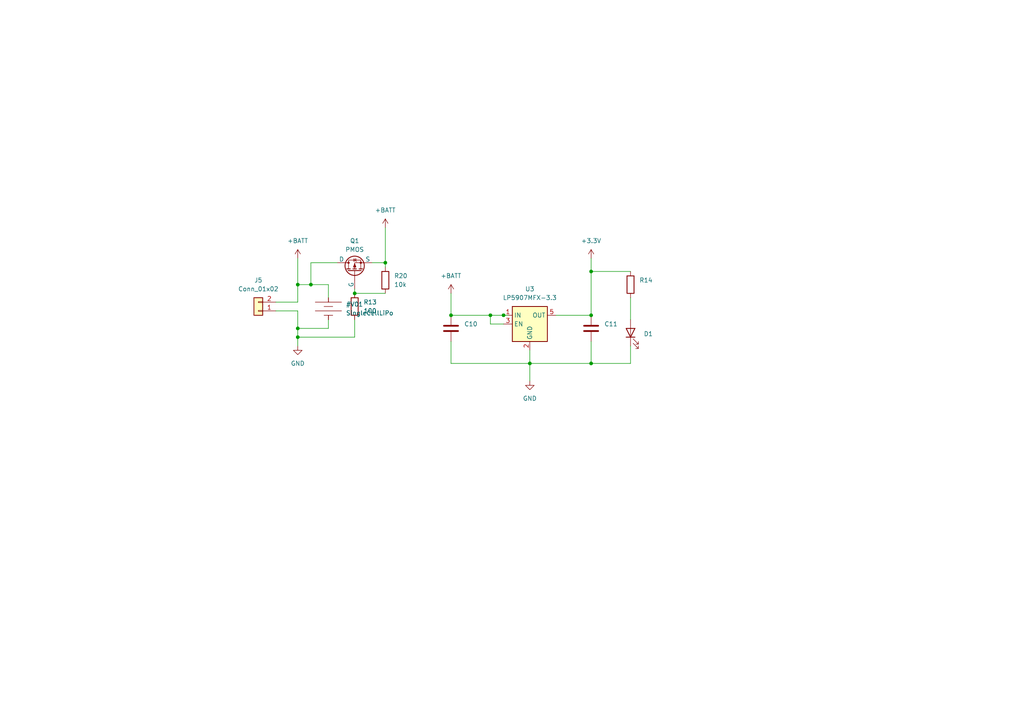
<source format=kicad_sch>
(kicad_sch (version 20230121) (generator eeschema)
  (paper "A4")
  (lib_symbols
    (symbol "Connector_Generic:Conn_01x02" (pin_names (offset 1.016) hide)
      (property "Reference" "J" (at 0 2.54 0))
      (property "Value" "Conn_01x02" (at 0 -5.08 0))
      (symbol "Conn_01x02_1_1"
        (rectangle (start -1.27 -2.413) (end 0 -2.667) (stroke (width 0.1524)))
        (rectangle (start -1.27 0.127) (end 0 -0.127) (stroke (width 0.1524)))
        (rectangle (start -1.27 1.27) (end 1.27 -3.81) (stroke (width 0.254)) (fill (type background)))
        (pin passive line (at -5.08 0 0) (length 3.81) (name "Pin_1") (number "1"))
        (pin passive line (at -5.08 -2.54 0) (length 3.81) (name "Pin_2") (number "2"))
      )
    )
    (symbol "Device:C" (pin_numbers hide) (pin_names (offset 0.254))
      (property "Reference" "C" (at 0.635 2.54 0))
      (property "Value" "C" (at 0.635 -2.54 0))
      (symbol "C_0_1"
        (polyline (pts (xy -2.032 -0.762) (xy 2.032 -0.762)) (stroke (width 0.508)))
        (polyline (pts (xy -2.032 0.762) (xy 2.032 0.762)) (stroke (width 0.508)))
      )
      (symbol "C_1_1"
        (pin passive line (at 0 3.81 270) (length 2.794) (name "~") (number "1"))
        (pin passive line (at 0 -3.81 90) (length 2.794) (name "~") (number "2"))
      )
    )
    (symbol "Device:LED" (pin_numbers hide) (pin_names (offset 1.016) hide)
      (property "Reference" "D" (at 0 2.54 0))
      (property "Value" "LED" (at 0 -2.54 0))
      (symbol "LED_0_1"
        (polyline (pts (xy -1.27 -1.27) (xy -1.27 1.27)) (stroke (width 0.254)))
        (polyline (pts (xy -1.27 0) (xy 1.27 0)))
        (polyline (pts (xy 1.27 -1.27) (xy 1.27 1.27) (xy -1.27 0) (xy 1.27 -1.27)) (stroke (width 0.254)))
        (polyline (pts (xy -3.048 -0.762) (xy -4.572 -2.286) (xy -3.81 -2.286) (xy -4.572 -2.286) (xy -4.572 -1.524)))
        (polyline (pts (xy -1.778 -0.762) (xy -3.302 -2.286) (xy -2.54 -2.286) (xy -3.302 -2.286) (xy -3.302 -1.524)))
      )
      (symbol "LED_1_1"
        (pin passive line (at -3.81 0 0) (length 2.54) (name "K") (number "1"))
        (pin passive line (at 3.81 0 180) (length 2.54) (name "A") (number "2"))
      )
    )
    (symbol "Device:R" (pin_numbers hide) (pin_names (offset 0))
      (property "Reference" "R" (at 2.032 0 90))
      (property "Value" "R" (at 0 0 90))
      (symbol "R_0_1"
        (rectangle (start -1.016 -2.54) (end 1.016 2.54) (stroke (width 0.254)))
      )
      (symbol "R_1_1"
        (pin passive line (at 0 3.81 270) (length 1.27) (name "~") (number "1"))
        (pin passive line (at 0 -3.81 90) (length 1.27) (name "~") (number "2"))
      )
    )
    (symbol "Regulator_Linear:LP5907MFX-3.3"
      (property "Reference" "U" (at -3.81 6.35 0))
      (property "Value" "LP5907MFX-3.3" (at 6.35 6.35 0))
      (symbol "LP5907MFX-3.3_0_1"
        (rectangle (start -5.08 -5.08) (end 5.08 5.08) (stroke (width 0.254)) (fill (type background)))
        (pin power_in line (at -7.62 2.54 0) (length 2.54) (name "IN") (number "1"))
        (pin power_in line (at 0 -7.62 90) (length 2.54) (name "GND") (number "2"))
        (pin input line (at -7.62 0 0) (length 2.54) (name "EN") (number "3"))
        (pin no_connect line (at 5.08 0 180) (length 2.54) hide (name "NC") (number "4"))
        (pin power_out line (at 7.62 2.54 180) (length 2.54) (name "OUT") (number "5"))
      )
    )
    (symbol "Simulation_SPICE:PMOS" (pin_numbers hide) (pin_names (offset 0))
      (property "Reference" "Q" (at 5.08 1.27 0))
      (property "Value" "PMOS" (at 5.08 -1.27 0))
      (symbol "PMOS_0_1"
        (polyline (pts (xy 0.254 0) (xy -2.54 0)))
        (polyline (pts (xy 0.254 1.905) (xy 0.254 -1.905)) (stroke (width 0.254)))
        (polyline (pts (xy 0.762 -1.27) (xy 0.762 -2.286)) (stroke (width 0.254)))
        (polyline (pts (xy 0.762 0.508) (xy 0.762 -0.508)) (stroke (width 0.254)))
        (polyline (pts (xy 0.762 2.286) (xy 0.762 1.27)) (stroke (width 0.254)))
        (polyline (pts (xy 2.54 2.54) (xy 2.54 1.778)))
        (polyline (pts (xy 2.54 -2.54) (xy 2.54 0) (xy 0.762 0)))
        (polyline (pts (xy 0.762 1.778) (xy 3.302 1.778) (xy 3.302 -1.778) (xy 0.762 -1.778)))
        (polyline (pts (xy 2.286 0) (xy 1.27 0.381) (xy 1.27 -0.381) (xy 2.286 0)) (fill (type outline)))
        (polyline (pts (xy 2.794 -0.508) (xy 2.921 -0.381) (xy 3.683 -0.381) (xy 3.81 -0.254)))
        (polyline (pts (xy 3.302 -0.381) (xy 2.921 0.254) (xy 3.683 0.254) (xy 3.302 -0.381)))
        (circle (center 1.651 0) (radius 2.794) (stroke (width 0.254)))
        (circle (center 2.54 -1.778) (radius 0.254) (fill (type outline)))
        (circle (center 2.54 1.778) (radius 0.254) (fill (type outline)))
      )
      (symbol "PMOS_1_1"
        (pin passive line (at 2.54 5.08 270) (length 2.54) (name "D") (number "1"))
        (pin input line (at -5.08 0 0) (length 2.54) (name "G") (number "2"))
        (pin passive line (at 2.54 -5.08 90) (length 2.54) (name "S") (number "3"))
      )
    )
    (symbol "minimouse:SingleCellLiPo" (power) (pin_numbers hide) (pin_names hide) (in_bom no) (on_board no)
      (property "Reference" "V" (at 1.8796 0.3048 0))
      (property "Value" "SingleCellLiPo" (at -11.43 1.27 0))
      (symbol "SingleCellLiPo_0_1"
        (polyline (pts (xy -3.81 0) (xy 3.81 0)))
        (polyline (pts (xy -3.81 2.54) (xy 3.81 2.54)))
        (polyline (pts (xy -1.27 -1.27) (xy 1.27 -1.27)))
        (polyline (pts (xy -1.27 1.27) (xy 1.27 1.27)))
      )
      (symbol "SingleCellLiPo_1_1"
        (pin power_out line (at 0 -2.54 90) (length 1.27) (name "+") (number ""))
        (pin power_out line (at 0 3.81 270) (length 1.27) (name "+") (number ""))
      )
    )
    (symbol "power:+3.3V" (power) (pin_names (offset 0))
      (property "Value" "+3.3V" (at 0 3.556 0))
      (symbol "+3.3V_0_1"
        (polyline (pts (xy -0.762 1.27) (xy 0 2.54)))
        (polyline (pts (xy 0 0) (xy 0 2.54)))
        (polyline (pts (xy 0 2.54) (xy 0.762 1.27)))
      )
      (symbol "+3.3V_1_1"
        (pin power_in line (at 0 0 90) (length 0) hide (name "+3.3V") (number "1"))
      )
    )
    (symbol "power:+BATT" (power) (pin_names (offset 0))
      (property "Value" "+BATT" (at 0 3.556 0))
      (symbol "+BATT_0_1"
        (polyline (pts (xy -0.762 1.27) (xy 0 2.54)))
        (polyline (pts (xy 0 0) (xy 0 2.54)))
        (polyline (pts (xy 0 2.54) (xy 0.762 1.27)))
      )
      (symbol "+BATT_1_1"
        (pin power_in line (at 0 0 90) (length 0) hide (name "+BATT") (number "1"))
      )
    )
    (symbol "power:GND" (power) (pin_names (offset 0))
      (property "Value" "GND" (at 0 -3.81 0))
      (symbol "GND_0_1"
        (polyline (pts (xy 0 0) (xy 0 -1.27) (xy 1.27 -1.27) (xy 0 -2.54) (xy -1.27 -1.27) (xy 0 -1.27)))
      )
      (symbol "GND_1_1"
        (pin power_in line (at 0 0 270) (length 0) hide (name "GND") (number "1"))
      )
    )
  )
  (junction (at 171.45 91.44))
  (junction (at 86.36 82.55))
  (junction (at 153.67 105.41))
  (junction (at 102.87 85.09))
  (junction (at 171.45 105.41))
  (junction (at 171.45 78.74))
  (junction (at 146.05 91.44))
  (junction (at 86.36 95.25))
  (junction (at 130.81 91.44))
  (junction (at 111.76 76.2))
  (junction (at 90.17 82.55))
  (junction (at 86.36 97.79))
  (junction (at 142.24 91.44))
  (wire (pts (xy 86.36 90.17) (xy 86.36 95.25)))
  (wire (pts (xy 102.87 97.79) (xy 86.36 97.79)))
  (wire (pts (xy 182.88 86.36) (xy 182.88 92.71)))
  (wire (pts (xy 182.88 100.33) (xy 182.88 105.41)))
  (wire (pts (xy 90.17 82.55) (xy 86.36 82.55)))
  (wire (pts (xy 111.76 66.04) (xy 111.76 76.2)))
  (wire (pts (xy 102.87 85.09) (xy 111.76 85.09)))
  (wire (pts (xy 95.25 82.55) (xy 90.17 82.55)))
  (wire (pts (xy 153.67 105.41) (xy 153.67 110.49)))
  (wire (pts (xy 86.36 74.93) (xy 86.36 82.55)))
  (wire (pts (xy 95.25 86.36) (xy 95.25 82.55)))
  (wire (pts (xy 153.67 101.6) (xy 153.67 105.41)))
  (wire (pts (xy 146.05 91.44) (xy 147.32 91.44)))
  (wire (pts (xy 102.87 92.71) (xy 102.87 97.79)))
  (wire (pts (xy 86.36 97.79) (xy 86.36 100.33)))
  (wire (pts (xy 130.81 105.41) (xy 153.67 105.41)))
  (wire (pts (xy 142.24 91.44) (xy 146.05 91.44)))
  (wire (pts (xy 171.45 105.41) (xy 171.45 99.06)))
  (wire (pts (xy 95.25 92.71) (xy 95.25 95.25)))
  (wire (pts (xy 130.81 99.06) (xy 130.81 105.41)))
  (wire (pts (xy 111.76 76.2) (xy 111.76 77.47)))
  (wire (pts (xy 130.81 91.44) (xy 142.24 91.44)))
  (wire (pts (xy 153.67 105.41) (xy 171.45 105.41)))
  (wire (pts (xy 146.05 93.98) (xy 142.24 93.98)))
  (wire (pts (xy 80.01 87.63) (xy 86.36 87.63)))
  (wire (pts (xy 130.81 85.09) (xy 130.81 91.44)))
  (wire (pts (xy 86.36 95.25) (xy 86.36 97.79)))
  (wire (pts (xy 95.25 95.25) (xy 86.36 95.25)))
  (wire (pts (xy 171.45 78.74) (xy 171.45 91.44)))
  (wire (pts (xy 97.79 76.2) (xy 90.17 76.2)))
  (wire (pts (xy 182.88 105.41) (xy 171.45 105.41)))
  (wire (pts (xy 86.36 82.55) (xy 86.36 87.63)))
  (wire (pts (xy 182.88 78.74) (xy 171.45 78.74)))
  (wire (pts (xy 102.87 83.82) (xy 102.87 85.09)))
  (wire (pts (xy 142.24 93.98) (xy 142.24 91.44)))
  (wire (pts (xy 111.76 76.2) (xy 107.95 76.2)))
  (wire (pts (xy 171.45 74.93) (xy 171.45 78.74)))
  (wire (pts (xy 80.01 90.17) (xy 86.36 90.17)))
  (wire (pts (xy 161.29 91.44) (xy 171.45 91.44)))
  (wire (pts (xy 90.17 76.2) (xy 90.17 82.55)))
  (symbol (lib_id "power:+BATT") (at 86.36 74.93 0) (unit 1)
    (property "Reference" "#PWR036" (effects hide))
    (property "Value" "+BATT" (at 86.36 69.85 0))
  )
  (symbol (lib_id "minimouse:SingleCellLiPo") (at 95.25 90.17 0) (unit 1) (in_bom no) (on_board no)
    (property "Reference" "#V01" (at 100.33 88.265 0) (effects (justify left)))
    (property "Value" "SingleCellLiPo" (at 100.33 90.805 0) (effects (justify left)))
  )
  (symbol (lib_id "Device:C") (at 130.81 95.25 0) (unit 1)
    (property "Reference" "C10" (at 134.62 93.98 0) (effects (justify left)))
    (property "Value" "2.2µF" (effects hide))
    (property "Footprint" "Capacitor_SMD:C_0603_1608Metric" (effects hide))
  )
  (symbol (lib_id "Simulation_SPICE:PMOS") (at 102.87 78.74 90) (unit 1)
    (property "Reference" "Q1" (at 102.87 69.85 90))
    (property "Value" "PMOS" (at 102.87 72.39 90))
    (property "Datasheet" "https://ngspice.sourceforge.io/docs/ngspice-manual.pdf" (effects hide))
    (property "Sim.Device" "PMOS" (effects hide))
    (property "Sim.Type" "VDMOS" (effects hide))
    (property "Sim.Pins" "1=D 2=G 3=S" (effects hide))
  )
  (symbol (lib_id "Regulator_Linear:LP5907MFX-3.3") (at 153.67 93.98 0) (unit 1)
    (property "Reference" "U3" (at 153.67 83.82 0))
    (property "Value" "LP5907MFX-3.3" (at 153.67 86.36 0))
    (property "Footprint" "Package_TO_SOT_SMD:SOT-23-5" (effects hide))
    (property "Datasheet" "http://www.ti.com/lit/ds/symlink/lp5907.pdf" (effects hide))
  )
  (symbol (lib_id "Device:R") (at 111.76 81.28 0) (unit 1)
    (property "Reference" "R20" (at 114.3 80.01 0) (effects (justify left)))
    (property "Value" "10k" (at 114.3 82.55 0) (effects (justify left)))
  )
  (symbol (lib_id "Device:R") (at 102.87 88.9 0) (unit 1)
    (property "Reference" "R13" (at 105.41 87.63 0) (effects (justify left)))
    (property "Value" "100" (at 105.41 90.17 0) (effects (justify left)))
  )
  (symbol (lib_id "power:+BATT") (at 111.76 66.04 0) (unit 1)
    (property "Reference" "#PWR027" (effects hide))
    (property "Value" "+BATT" (at 111.76 60.96 0))
  )
  (symbol (lib_id "power:GND") (at 153.67 110.49 0) (unit 1)
    (property "Reference" "#PWR026" (effects hide))
    (property "Value" "GND" (at 153.67 115.57 0))
  )
  (symbol (lib_id "Device:LED") (at 182.88 96.52 90) (unit 1)
    (property "Reference" "D1" (at 186.69 96.8375 90) (effects (justify right)))
    (property "Value" "LED" (effects hide))
    (property "Footprint" "LED_SMD:LED_0603_1608Metric" (effects hide))
  )
  (symbol (lib_id "Device:R") (at 182.88 82.55 0) (unit 1)
    (property "Reference" "R14" (at 185.42 81.28 0) (effects (justify left)))
    (property "Value" "100" (effects hide))
    (property "Footprint" "Resistor_SMD:R_0603_1608Metric" (effects hide))
  )
  (symbol (lib_id "Device:C") (at 171.45 95.25 0) (unit 1)
    (property "Reference" "C11" (at 175.26 93.98 0) (effects (justify left)))
    (property "Value" "2.2µF" (effects hide))
    (property "Footprint" "Capacitor_SMD:C_0603_1608Metric" (effects hide))
  )
  (symbol (lib_id "Connector_Generic:Conn_01x02") (at 74.93 90.17 180) (unit 1)
    (property "Reference" "J5" (at 74.93 81.28 0))
    (property "Value" "Conn_01x02" (at 74.93 83.82 0))
    (property "Footprint" "Connector_PinHeader_2.54mm:PinHeader_1x02_P2.54mm_Vertical" (effects hide))
  )
  (symbol (lib_id "power:+BATT") (at 130.81 85.09 0) (unit 1)
    (property "Reference" "#PWR024" (effects hide))
    (property "Value" "+BATT" (at 130.81 80.01 0))
  )
  (symbol (lib_id "power:GND") (at 86.36 100.33 0) (unit 1)
    (property "Reference" "#PWR037" (effects hide))
    (property "Value" "GND" (at 86.36 105.41 0))
  )
  (symbol (lib_id "power:+3.3V") (at 171.45 74.93 0) (unit 1)
    (property "Reference" "#PWR025" (effects hide))
    (property "Value" "+3.3V" (at 171.45 69.85 0))
  )
)
</source>
